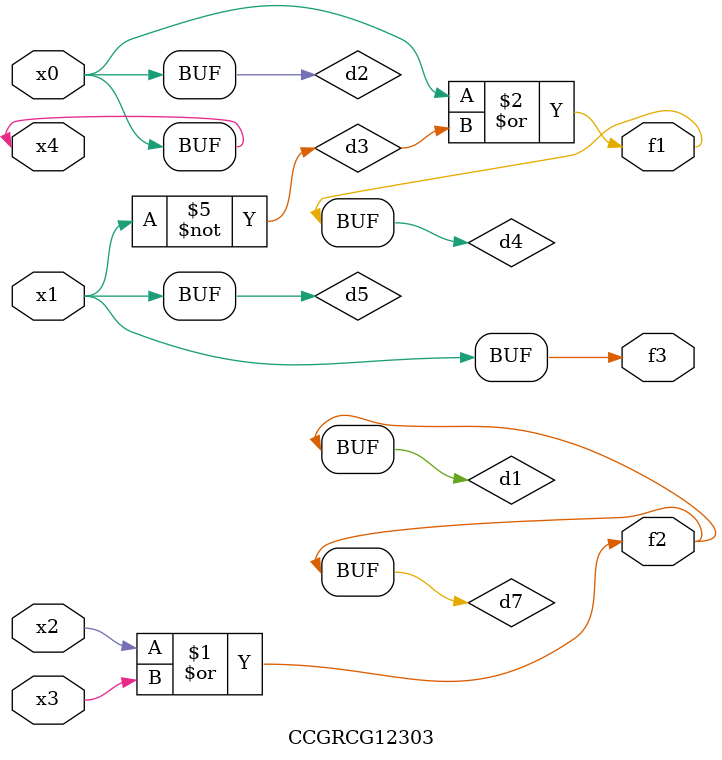
<source format=v>
module CCGRCG12303(
	input x0, x1, x2, x3, x4,
	output f1, f2, f3
);

	wire d1, d2, d3, d4, d5, d6, d7;

	or (d1, x2, x3);
	buf (d2, x0, x4);
	not (d3, x1);
	or (d4, d2, d3);
	not (d5, d3);
	nand (d6, d1, d3);
	or (d7, d1);
	assign f1 = d4;
	assign f2 = d7;
	assign f3 = d5;
endmodule

</source>
